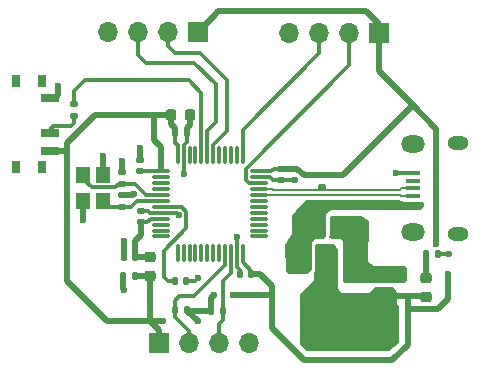
<source format=gbr>
%TF.GenerationSoftware,KiCad,Pcbnew,8.0.0*%
%TF.CreationDate,2024-04-09T16:17:43+09:00*%
%TF.ProjectId,240325_ESP32_d0146,32343033-3235-45f4-9553-5033325f6430,rev?*%
%TF.SameCoordinates,Original*%
%TF.FileFunction,Copper,L1,Top*%
%TF.FilePolarity,Positive*%
%FSLAX46Y46*%
G04 Gerber Fmt 4.6, Leading zero omitted, Abs format (unit mm)*
G04 Created by KiCad (PCBNEW 8.0.0) date 2024-04-09 16:17:43*
%MOMM*%
%LPD*%
G01*
G04 APERTURE LIST*
G04 Aperture macros list*
%AMRoundRect*
0 Rectangle with rounded corners*
0 $1 Rounding radius*
0 $2 $3 $4 $5 $6 $7 $8 $9 X,Y pos of 4 corners*
0 Add a 4 corners polygon primitive as box body*
4,1,4,$2,$3,$4,$5,$6,$7,$8,$9,$2,$3,0*
0 Add four circle primitives for the rounded corners*
1,1,$1+$1,$2,$3*
1,1,$1+$1,$4,$5*
1,1,$1+$1,$6,$7*
1,1,$1+$1,$8,$9*
0 Add four rect primitives between the rounded corners*
20,1,$1+$1,$2,$3,$4,$5,0*
20,1,$1+$1,$4,$5,$6,$7,0*
20,1,$1+$1,$6,$7,$8,$9,0*
20,1,$1+$1,$8,$9,$2,$3,0*%
G04 Aperture macros list end*
%TA.AperFunction,SMDPad,CuDef*%
%ADD10R,0.800000X1.000000*%
%TD*%
%TA.AperFunction,SMDPad,CuDef*%
%ADD11R,1.500000X0.700000*%
%TD*%
%TA.AperFunction,SMDPad,CuDef*%
%ADD12RoundRect,0.135000X0.135000X0.185000X-0.135000X0.185000X-0.135000X-0.185000X0.135000X-0.185000X0*%
%TD*%
%TA.AperFunction,SMDPad,CuDef*%
%ADD13RoundRect,0.135000X0.185000X-0.135000X0.185000X0.135000X-0.185000X0.135000X-0.185000X-0.135000X0*%
%TD*%
%TA.AperFunction,SMDPad,CuDef*%
%ADD14RoundRect,0.375000X-0.375000X0.625000X-0.375000X-0.625000X0.375000X-0.625000X0.375000X0.625000X0*%
%TD*%
%TA.AperFunction,SMDPad,CuDef*%
%ADD15RoundRect,0.500000X-1.400000X0.500000X-1.400000X-0.500000X1.400000X-0.500000X1.400000X0.500000X0*%
%TD*%
%TA.AperFunction,ComponentPad*%
%ADD16R,1.700000X1.700000*%
%TD*%
%TA.AperFunction,ComponentPad*%
%ADD17O,1.700000X1.700000*%
%TD*%
%TA.AperFunction,SMDPad,CuDef*%
%ADD18RoundRect,0.140000X0.170000X-0.140000X0.170000X0.140000X-0.170000X0.140000X-0.170000X-0.140000X0*%
%TD*%
%TA.AperFunction,SMDPad,CuDef*%
%ADD19RoundRect,0.075000X-0.662500X-0.075000X0.662500X-0.075000X0.662500X0.075000X-0.662500X0.075000X0*%
%TD*%
%TA.AperFunction,SMDPad,CuDef*%
%ADD20RoundRect,0.075000X-0.075000X-0.662500X0.075000X-0.662500X0.075000X0.662500X-0.075000X0.662500X0*%
%TD*%
%TA.AperFunction,SMDPad,CuDef*%
%ADD21RoundRect,0.140000X0.140000X0.170000X-0.140000X0.170000X-0.140000X-0.170000X0.140000X-0.170000X0*%
%TD*%
%TA.AperFunction,SMDPad,CuDef*%
%ADD22RoundRect,0.250000X0.475000X-0.250000X0.475000X0.250000X-0.475000X0.250000X-0.475000X-0.250000X0*%
%TD*%
%TA.AperFunction,SMDPad,CuDef*%
%ADD23RoundRect,0.140000X-0.170000X0.140000X-0.170000X-0.140000X0.170000X-0.140000X0.170000X0.140000X0*%
%TD*%
%TA.AperFunction,SMDPad,CuDef*%
%ADD24RoundRect,0.250000X-0.250000X-0.475000X0.250000X-0.475000X0.250000X0.475000X-0.250000X0.475000X0*%
%TD*%
%TA.AperFunction,SMDPad,CuDef*%
%ADD25RoundRect,0.135000X-0.135000X-0.185000X0.135000X-0.185000X0.135000X0.185000X-0.135000X0.185000X0*%
%TD*%
%TA.AperFunction,SMDPad,CuDef*%
%ADD26R,1.300000X0.450000*%
%TD*%
%TA.AperFunction,ComponentPad*%
%ADD27O,1.800000X1.150000*%
%TD*%
%TA.AperFunction,ComponentPad*%
%ADD28O,2.000000X1.450000*%
%TD*%
%TA.AperFunction,SMDPad,CuDef*%
%ADD29R,1.200000X1.400000*%
%TD*%
%TA.AperFunction,SMDPad,CuDef*%
%ADD30RoundRect,0.218750X-0.256250X0.218750X-0.256250X-0.218750X0.256250X-0.218750X0.256250X0.218750X0*%
%TD*%
%TA.AperFunction,SMDPad,CuDef*%
%ADD31RoundRect,0.140000X-0.140000X-0.170000X0.140000X-0.170000X0.140000X0.170000X-0.140000X0.170000X0*%
%TD*%
%TA.AperFunction,SMDPad,CuDef*%
%ADD32RoundRect,0.135000X-0.185000X0.135000X-0.185000X-0.135000X0.185000X-0.135000X0.185000X0.135000X0*%
%TD*%
%TA.AperFunction,SMDPad,CuDef*%
%ADD33RoundRect,0.225000X-0.225000X-0.250000X0.225000X-0.250000X0.225000X0.250000X-0.225000X0.250000X0*%
%TD*%
%TA.AperFunction,ViaPad*%
%ADD34C,0.600000*%
%TD*%
%TA.AperFunction,Conductor*%
%ADD35C,0.300000*%
%TD*%
%TA.AperFunction,Conductor*%
%ADD36C,0.500000*%
%TD*%
%TA.AperFunction,Conductor*%
%ADD37C,0.200000*%
%TD*%
G04 APERTURE END LIST*
D10*
%TO.P,SW1,*%
%TO.N,*%
X88530000Y-61850000D03*
X86320000Y-61850000D03*
X88530000Y-69150000D03*
X86320000Y-69150000D03*
D11*
%TO.P,SW1,1,A*%
%TO.N,GND*%
X89180000Y-63250000D03*
%TO.P,SW1,2,B*%
%TO.N,/BOOT0*%
X89180000Y-66250000D03*
%TO.P,SW1,3,C*%
%TO.N,+3.3V*%
X89180000Y-67750000D03*
%TD*%
D12*
%TO.P,R4,1*%
%TO.N,+3.3V*%
X100770000Y-81250000D03*
%TO.P,R4,2*%
%TO.N,/I2C2_SCL*%
X99750000Y-81250000D03*
%TD*%
D13*
%TO.P,R2,1*%
%TO.N,/BOOT0*%
X91250000Y-64770000D03*
%TO.P,R2,2*%
X91250000Y-63750000D03*
%TD*%
D14*
%TO.P,U1,1,GND*%
%TO.N,GND*%
X114850000Y-76875000D03*
%TO.P,U1,2,VO*%
%TO.N,+3.3V*%
X112550000Y-76875000D03*
D15*
X112550000Y-83175000D03*
D14*
%TO.P,U1,3,VI*%
%TO.N,VBUS*%
X110250000Y-76875000D03*
%TD*%
D16*
%TO.P,J2,1,Pin_1*%
%TO.N,+3.3V*%
X101750000Y-57650000D03*
D17*
%TO.P,J2,2,Pin_2*%
%TO.N,/USART1_TX*%
X99210000Y-57650000D03*
%TO.P,J2,3,Pin_3*%
%TO.N,/USART1_RX*%
X96670000Y-57650000D03*
%TO.P,J2,4,Pin_4*%
%TO.N,GND*%
X94130000Y-57650000D03*
%TD*%
D18*
%TO.P,C12,1*%
%TO.N,/HSE_IN*%
X95300000Y-70530000D03*
%TO.P,C12,2*%
%TO.N,GND*%
X95300000Y-69570000D03*
%TD*%
D19*
%TO.P,U2,1,VBAT*%
%TO.N,+3.3V*%
X98587500Y-69500000D03*
%TO.P,U2,2,PC13*%
%TO.N,unconnected-(U2-PC13-Pad2)*%
X98587500Y-70000000D03*
%TO.P,U2,3,PC14*%
%TO.N,unconnected-(U2-PC14-Pad3)*%
X98587500Y-70500000D03*
%TO.P,U2,4,PC15*%
%TO.N,unconnected-(U2-PC15-Pad4)*%
X98587500Y-71000000D03*
%TO.P,U2,5,PD0*%
%TO.N,/HSE_IN*%
X98587500Y-71500000D03*
%TO.P,U2,6,PD1*%
%TO.N,/HSE_OUT*%
X98587500Y-72000000D03*
%TO.P,U2,7,NRST*%
%TO.N,/NRST*%
X98587500Y-72500000D03*
%TO.P,U2,8,VSSA*%
%TO.N,GND*%
X98587500Y-73000000D03*
%TO.P,U2,9,VDDA*%
%TO.N,+3.3VA*%
X98587500Y-73500000D03*
%TO.P,U2,10,PA0*%
%TO.N,unconnected-(U2-PA0-Pad10)*%
X98587500Y-74000000D03*
%TO.P,U2,11,PA1*%
%TO.N,unconnected-(U2-PA1-Pad11)*%
X98587500Y-74500000D03*
%TO.P,U2,12,PA2*%
%TO.N,unconnected-(U2-PA2-Pad12)*%
X98587500Y-75000000D03*
D20*
%TO.P,U2,13,PA3*%
%TO.N,unconnected-(U2-PA3-Pad13)*%
X100000000Y-76412500D03*
%TO.P,U2,14,PA4*%
%TO.N,unconnected-(U2-PA4-Pad14)*%
X100500000Y-76412500D03*
%TO.P,U2,15,PA5*%
%TO.N,unconnected-(U2-PA5-Pad15)*%
X101000000Y-76412500D03*
%TO.P,U2,16,PA6*%
%TO.N,unconnected-(U2-PA6-Pad16)*%
X101500000Y-76412500D03*
%TO.P,U2,17,PA7*%
%TO.N,unconnected-(U2-PA7-Pad17)*%
X102000000Y-76412500D03*
%TO.P,U2,18,PB0*%
%TO.N,unconnected-(U2-PB0-Pad18)*%
X102500000Y-76412500D03*
%TO.P,U2,19,PB1*%
%TO.N,unconnected-(U2-PB1-Pad19)*%
X103000000Y-76412500D03*
%TO.P,U2,20,PB2*%
%TO.N,unconnected-(U2-PB2-Pad20)*%
X103500000Y-76412500D03*
%TO.P,U2,21,PB10*%
%TO.N,/I2C2_SCL*%
X104000000Y-76412500D03*
%TO.P,U2,22,PB11*%
%TO.N,/I2C2_SDA*%
X104500000Y-76412500D03*
%TO.P,U2,23,VSS*%
%TO.N,GND*%
X105000000Y-76412500D03*
%TO.P,U2,24,VDD*%
%TO.N,+3.3V*%
X105500000Y-76412500D03*
D19*
%TO.P,U2,25,PB12*%
%TO.N,unconnected-(U2-PB12-Pad25)*%
X106912500Y-75000000D03*
%TO.P,U2,26,PB13*%
%TO.N,unconnected-(U2-PB13-Pad26)*%
X106912500Y-74500000D03*
%TO.P,U2,27,PB14*%
%TO.N,unconnected-(U2-PB14-Pad27)*%
X106912500Y-74000000D03*
%TO.P,U2,28,PB15*%
%TO.N,unconnected-(U2-PB15-Pad28)*%
X106912500Y-73500000D03*
%TO.P,U2,29,PA8*%
%TO.N,unconnected-(U2-PA8-Pad29)*%
X106912500Y-73000000D03*
%TO.P,U2,30,PA9*%
%TO.N,unconnected-(U2-PA9-Pad30)*%
X106912500Y-72500000D03*
%TO.P,U2,31,PA10*%
%TO.N,unconnected-(U2-PA10-Pad31)*%
X106912500Y-72000000D03*
%TO.P,U2,32,PA11*%
%TO.N,/USB_D-*%
X106912500Y-71500000D03*
%TO.P,U2,33,PA12*%
%TO.N,/USB_D+*%
X106912500Y-71000000D03*
%TO.P,U2,34,PA13*%
%TO.N,/SWDIO*%
X106912500Y-70500000D03*
%TO.P,U2,35,VSS*%
%TO.N,GND*%
X106912500Y-70000000D03*
%TO.P,U2,36,VDD*%
%TO.N,+3.3V*%
X106912500Y-69500000D03*
D20*
%TO.P,U2,37,PA14*%
%TO.N,/SWCLK*%
X105500000Y-68087500D03*
%TO.P,U2,38,PA15*%
%TO.N,unconnected-(U2-PA15-Pad38)*%
X105000000Y-68087500D03*
%TO.P,U2,39,PB3*%
%TO.N,unconnected-(U2-PB3-Pad39)*%
X104500000Y-68087500D03*
%TO.P,U2,40,PB4*%
%TO.N,unconnected-(U2-PB4-Pad40)*%
X104000000Y-68087500D03*
%TO.P,U2,41,PB5*%
%TO.N,unconnected-(U2-PB5-Pad41)*%
X103500000Y-68087500D03*
%TO.P,U2,42,PB6*%
%TO.N,/USART1_TX*%
X103000000Y-68087500D03*
%TO.P,U2,43,PB7*%
%TO.N,/USART1_RX*%
X102500000Y-68087500D03*
%TO.P,U2,44,BOOT0*%
%TO.N,/BOOT0*%
X102000000Y-68087500D03*
%TO.P,U2,45,PB8*%
%TO.N,unconnected-(U2-PB8-Pad45)*%
X101500000Y-68087500D03*
%TO.P,U2,46,PB9*%
%TO.N,unconnected-(U2-PB9-Pad46)*%
X101000000Y-68087500D03*
%TO.P,U2,47,VSS*%
%TO.N,GND*%
X100500000Y-68087500D03*
%TO.P,U2,48,VDD*%
%TO.N,+3.3V*%
X100000000Y-68087500D03*
%TD*%
D21*
%TO.P,C5,1*%
%TO.N,+3.3V*%
X106225000Y-78200000D03*
%TO.P,C5,2*%
%TO.N,GND*%
X105265000Y-78200000D03*
%TD*%
D18*
%TO.P,C8,1*%
%TO.N,+3.3VA*%
X96900000Y-73780000D03*
%TO.P,C8,2*%
%TO.N,GND*%
X96900000Y-72820000D03*
%TD*%
D22*
%TO.P,C2,1*%
%TO.N,+3.3V*%
X117550000Y-80075000D03*
%TO.P,C2,2*%
%TO.N,GND*%
X117550000Y-78175000D03*
%TD*%
D18*
%TO.P,C4,1*%
%TO.N,+3.3V*%
X96800000Y-69500000D03*
%TO.P,C4,2*%
%TO.N,GND*%
X96800000Y-68540000D03*
%TD*%
D23*
%TO.P,C6,1*%
%TO.N,+3.3V*%
X108750000Y-69290000D03*
%TO.P,C6,2*%
%TO.N,GND*%
X108750000Y-70250000D03*
%TD*%
D24*
%TO.P,C1,1*%
%TO.N,VBUS*%
X111750000Y-74225000D03*
%TO.P,C1,2*%
%TO.N,GND*%
X113650000Y-74225000D03*
%TD*%
D25*
%TO.P,R1,1*%
%TO.N,/PWR_LED_K*%
X121000000Y-76500000D03*
%TO.P,R1,2*%
%TO.N,GND*%
X122020000Y-76500000D03*
%TD*%
D26*
%TO.P,J1,1,VBUS*%
%TO.N,VBUS*%
X119900000Y-72225000D03*
%TO.P,J1,2,D-*%
%TO.N,/USB_D-*%
X119900000Y-71575000D03*
%TO.P,J1,3,D+*%
%TO.N,/USB_D+*%
X119900000Y-70925000D03*
%TO.P,J1,4,ID*%
%TO.N,unconnected-(J1-ID-Pad4)*%
X119900000Y-70275000D03*
%TO.P,J1,5,GND*%
%TO.N,GND*%
X119900000Y-69625000D03*
D27*
%TO.P,J1,6,Shield*%
%TO.N,unconnected-(J1-Shield-Pad6)_2*%
X123750000Y-74800000D03*
D28*
%TO.N,unconnected-(J1-Shield-Pad6)*%
X119950000Y-74650000D03*
%TO.N,unconnected-(J1-Shield-Pad6)_1*%
X119950000Y-67200000D03*
D27*
%TO.N,unconnected-(J1-Shield-Pad6)_0*%
X123750000Y-67050000D03*
%TD*%
D29*
%TO.P,Y1,1,1*%
%TO.N,/HSE_IN*%
X91950000Y-69800000D03*
%TO.P,Y1,2,2*%
%TO.N,GND*%
X91950000Y-72000000D03*
%TO.P,Y1,3,3*%
%TO.N,/HSE_OUT*%
X93650000Y-72000000D03*
%TO.P,Y1,4,4*%
%TO.N,GND*%
X93650000Y-69800000D03*
%TD*%
D30*
%TO.P,FB1,1*%
%TO.N,+3.3VA*%
X97625000Y-76775000D03*
%TO.P,FB1,2*%
%TO.N,+3.3V*%
X97625000Y-78350000D03*
%TD*%
D31*
%TO.P,C11,1*%
%TO.N,/NRST*%
X99740000Y-78750000D03*
%TO.P,C11,2*%
%TO.N,GND*%
X100700000Y-78750000D03*
%TD*%
D21*
%TO.P,C9,1*%
%TO.N,+3.3VA*%
X96375000Y-76775000D03*
%TO.P,C9,2*%
%TO.N,GND*%
X95415000Y-76775000D03*
%TD*%
D16*
%TO.P,J4,1,Pin_1*%
%TO.N,+3.3V*%
X98380000Y-84000000D03*
D17*
%TO.P,J4,2,Pin_2*%
%TO.N,/I2C2_SCL*%
X100920000Y-84000000D03*
%TO.P,J4,3,Pin_3*%
%TO.N,/I2C2_SDA*%
X103460000Y-84000000D03*
%TO.P,J4,4,Pin_4*%
%TO.N,GND*%
X106000000Y-84000000D03*
%TD*%
D16*
%TO.P,J3,1,Pin_1*%
%TO.N,+3.3V*%
X117040000Y-57750000D03*
D17*
%TO.P,J3,2,Pin_2*%
%TO.N,/SWDIO*%
X114500000Y-57750000D03*
%TO.P,J3,3,Pin_3*%
%TO.N,/SWCLK*%
X111960000Y-57750000D03*
%TO.P,J3,4,Pin_4*%
%TO.N,GND*%
X109420000Y-57750000D03*
%TD*%
D25*
%TO.P,R5,1*%
%TO.N,+3.3V*%
X102805000Y-81275000D03*
%TO.P,R5,2*%
%TO.N,/I2C2_SDA*%
X103825000Y-81275000D03*
%TD*%
D30*
%TO.P,D1,1,K*%
%TO.N,/PWR_LED_K*%
X121000000Y-78512500D03*
%TO.P,D1,2,A*%
%TO.N,+3.3V*%
X121000000Y-80087500D03*
%TD*%
D31*
%TO.P,C7,1*%
%TO.N,+3.3V*%
X99790000Y-66250000D03*
%TO.P,C7,2*%
%TO.N,GND*%
X100750000Y-66250000D03*
%TD*%
D21*
%TO.P,C10,1*%
%TO.N,+3.3V*%
X96350000Y-78350000D03*
%TO.P,C10,2*%
%TO.N,GND*%
X95390000Y-78350000D03*
%TD*%
D32*
%TO.P,R3,1*%
%TO.N,+3.3V*%
X112250000Y-69830000D03*
%TO.P,R3,2*%
%TO.N,/USB_D+*%
X112250000Y-70850000D03*
%TD*%
D18*
%TO.P,C13,1*%
%TO.N,/HSE_OUT*%
X95300000Y-72490000D03*
%TO.P,C13,2*%
%TO.N,GND*%
X95300000Y-71530000D03*
%TD*%
D33*
%TO.P,C3,1*%
%TO.N,+3.3V*%
X99450000Y-64750000D03*
%TO.P,C3,2*%
%TO.N,GND*%
X101000000Y-64750000D03*
%TD*%
D34*
%TO.N,GND*%
X118500000Y-69625000D03*
X89850000Y-62225000D03*
X109900000Y-70225000D03*
%TO.N,+3.3V*%
X121865152Y-75680043D03*
X122875000Y-78200000D03*
%TO.N,GND*%
X100500000Y-69700000D03*
X96300000Y-71375000D03*
X95300000Y-68600000D03*
X93675000Y-68150000D03*
X91975000Y-73625000D03*
X95425000Y-75425000D03*
X95425000Y-79500000D03*
%TO.N,+3.3V*%
X98750000Y-82175000D03*
X101675000Y-82175000D03*
X104700000Y-79925000D03*
X103050000Y-79925000D03*
%TO.N,GND*%
X100075000Y-73175000D03*
X115100000Y-74525000D03*
X114600000Y-78425000D03*
X96800000Y-67475000D03*
X115100000Y-73775000D03*
X105000000Y-75050000D03*
X101675000Y-78500000D03*
X115400000Y-78400000D03*
X118925000Y-78150000D03*
X123000000Y-76500000D03*
%TD*%
D35*
%TO.N,/BOOT0*%
X92175000Y-61775000D02*
X91250000Y-62700000D01*
X91250000Y-62700000D02*
X91250000Y-63750000D01*
X91250000Y-65400000D02*
X91250000Y-64770000D01*
X90975000Y-65675000D02*
X91250000Y-65400000D01*
%TO.N,GND*%
X119900000Y-69625000D02*
X118500000Y-69625000D01*
%TO.N,/BOOT0*%
X100950000Y-61775000D02*
X92175000Y-61775000D01*
X102000000Y-62825000D02*
X100950000Y-61775000D01*
X102000000Y-68087500D02*
X102000000Y-62825000D01*
D36*
%TO.N,GND*%
X89775000Y-63100000D02*
X89850000Y-63025000D01*
X89850000Y-63025000D02*
X89850000Y-62225000D01*
X89180000Y-63250000D02*
X89625000Y-63250000D01*
X89625000Y-63250000D02*
X89775000Y-63100000D01*
%TO.N,+3.3V*%
X119500000Y-84150000D02*
X119500000Y-81175000D01*
X118175000Y-85475000D02*
X119500000Y-84150000D01*
X110725000Y-85475000D02*
X118175000Y-85475000D01*
X108000000Y-82750000D02*
X110725000Y-85475000D01*
X108000000Y-79950000D02*
X108000000Y-82750000D01*
X115950000Y-55950000D02*
X103450000Y-55950000D01*
X103050000Y-56350000D02*
X101750000Y-57650000D01*
X117040000Y-57040000D02*
X115950000Y-55950000D01*
X103450000Y-55950000D02*
X103050000Y-56350000D01*
X117040000Y-57750000D02*
X117040000Y-57040000D01*
X113970000Y-69830000D02*
X119912500Y-63887500D01*
X112250000Y-69830000D02*
X113970000Y-69830000D01*
X119912500Y-63887500D02*
X117040000Y-61015000D01*
X121900000Y-65875000D02*
X119912500Y-63887500D01*
X110655000Y-69830000D02*
X112250000Y-69830000D01*
X110115000Y-69290000D02*
X110655000Y-69830000D01*
X108750000Y-69290000D02*
X110115000Y-69290000D01*
D35*
%TO.N,GND*%
X109875000Y-70250000D02*
X109900000Y-70225000D01*
X108750000Y-70250000D02*
X109875000Y-70250000D01*
D36*
%TO.N,+3.3V*%
X117040000Y-61015000D02*
X117040000Y-57750000D01*
X121900000Y-75645195D02*
X121900000Y-65875000D01*
X121865152Y-75680043D02*
X121900000Y-75645195D01*
X122000000Y-81175000D02*
X122875000Y-80300000D01*
X119500000Y-80075000D02*
X119500000Y-81175000D01*
X119500000Y-81175000D02*
X122000000Y-81175000D01*
X122875000Y-80300000D02*
X122875000Y-78200000D01*
X90550000Y-67750000D02*
X90600000Y-67800000D01*
X90600000Y-67800000D02*
X90600000Y-78775000D01*
X90600000Y-67125000D02*
X90600000Y-67800000D01*
X89180000Y-67750000D02*
X90550000Y-67750000D01*
%TO.N,+3.3VA*%
X96900000Y-74875000D02*
X96375000Y-75400000D01*
X96900000Y-73780000D02*
X96900000Y-74875000D01*
X96375000Y-75400000D02*
X96375000Y-76775000D01*
D35*
%TO.N,GND*%
X100500000Y-68087500D02*
X100500000Y-69700000D01*
D36*
%TO.N,+3.3V*%
X98575000Y-67425000D02*
X98575000Y-69400000D01*
X98000000Y-64750000D02*
X98000000Y-66850000D01*
X98000000Y-64750000D02*
X92975000Y-64750000D01*
X98575000Y-69400000D02*
X98587500Y-69400000D01*
X98000000Y-66850000D02*
X98575000Y-67425000D01*
X99450000Y-64750000D02*
X98000000Y-64750000D01*
%TO.N,GND*%
X96145000Y-71530000D02*
X96300000Y-71375000D01*
X95300000Y-71530000D02*
X96145000Y-71530000D01*
X95300000Y-69570000D02*
X95300000Y-68600000D01*
X93650000Y-68175000D02*
X93675000Y-68150000D01*
X93650000Y-69800000D02*
X93650000Y-68175000D01*
X91950000Y-73600000D02*
X91975000Y-73625000D01*
X91950000Y-72000000D02*
X91950000Y-73600000D01*
%TO.N,+3.3V*%
X90600000Y-78775000D02*
X93925000Y-82100000D01*
X92975000Y-64750000D02*
X90600000Y-67125000D01*
D35*
%TO.N,/BOOT0*%
X89180000Y-65970000D02*
X89180000Y-66250000D01*
X89475000Y-65675000D02*
X89180000Y-65970000D01*
X90975000Y-65675000D02*
X89475000Y-65675000D01*
D36*
%TO.N,GND*%
X95415000Y-75435000D02*
X95425000Y-75425000D01*
X95415000Y-76775000D02*
X95415000Y-75435000D01*
X95390000Y-79465000D02*
X95425000Y-79500000D01*
X95390000Y-78350000D02*
X95390000Y-79465000D01*
%TO.N,+3.3V*%
X97625000Y-78350000D02*
X97625000Y-82150000D01*
X97625000Y-82150000D02*
X97650000Y-82175000D01*
X94000000Y-82175000D02*
X93925000Y-82100000D01*
X97650000Y-82175000D02*
X94000000Y-82175000D01*
X98380000Y-82905000D02*
X97650000Y-82175000D01*
X97650000Y-82175000D02*
X98750000Y-82175000D01*
X98380000Y-84000000D02*
X98380000Y-82905000D01*
X97625000Y-78350000D02*
X96350000Y-78350000D01*
%TO.N,+3.3VA*%
X97625000Y-76775000D02*
X96375000Y-76775000D01*
%TO.N,+3.3V*%
X100795000Y-81295000D02*
X101675000Y-82175000D01*
D35*
X100795000Y-81275000D02*
X100795000Y-81295000D01*
D36*
X102805000Y-81275000D02*
X100795000Y-81275000D01*
D35*
X100795000Y-81275000D02*
X100770000Y-81250000D01*
D36*
X102800000Y-80175000D02*
X102800000Y-80650000D01*
D35*
X102800000Y-80650000D02*
X102805000Y-80655000D01*
D36*
X103050000Y-79925000D02*
X102800000Y-80175000D01*
X102805000Y-80655000D02*
X102805000Y-81275000D01*
D35*
X104725000Y-79950000D02*
X104700000Y-79925000D01*
D36*
X108000000Y-79950000D02*
X104725000Y-79950000D01*
X107000000Y-78200000D02*
X106225000Y-78200000D01*
X108000000Y-79200000D02*
X107000000Y-78200000D01*
X108000000Y-79950000D02*
X108000000Y-79200000D01*
D35*
%TO.N,/I2C2_SDA*%
X104500000Y-78125000D02*
X104500000Y-76412500D01*
X103825000Y-78800000D02*
X104500000Y-78125000D01*
X103825000Y-81275000D02*
X103825000Y-78800000D01*
D36*
%TO.N,+3.3V*%
X119500000Y-80075000D02*
X120987500Y-80075000D01*
X117550000Y-80075000D02*
X119500000Y-80075000D01*
%TO.N,/PWR_LED_K*%
X121000000Y-78512500D02*
X121000000Y-76500000D01*
%TO.N,+3.3V*%
X120987500Y-80075000D02*
X121000000Y-80087500D01*
D35*
X106225000Y-77925000D02*
X105500000Y-77200000D01*
X108110000Y-69290000D02*
X107900000Y-69500000D01*
X99790000Y-66250000D02*
X99790000Y-67060000D01*
D36*
X99450000Y-65450000D02*
X99790000Y-65790000D01*
D35*
X106225000Y-78200000D02*
X106225000Y-77925000D01*
X107900000Y-69500000D02*
X106912500Y-69500000D01*
X100000000Y-68087500D02*
X100000000Y-67270000D01*
X98587500Y-69500000D02*
X96800000Y-69500000D01*
X108750000Y-69290000D02*
X108110000Y-69290000D01*
D36*
X99450000Y-64750000D02*
X99450000Y-65450000D01*
X99790000Y-65790000D02*
X99790000Y-66250000D01*
D35*
X100000000Y-67270000D02*
X99790000Y-67060000D01*
X105500000Y-76412500D02*
X105500000Y-77200000D01*
%TO.N,+3.3VA*%
X96900000Y-73780000D02*
X97420000Y-73780000D01*
X97420000Y-73780000D02*
X97700000Y-73500000D01*
X97700000Y-73500000D02*
X98587500Y-73500000D01*
%TO.N,/NRST*%
X99740000Y-78750000D02*
X99150000Y-78750000D01*
X100319239Y-72500000D02*
X98587500Y-72500000D01*
X100725000Y-72905761D02*
X100319239Y-72500000D01*
X99150000Y-78750000D02*
X98825000Y-78425000D01*
X100725000Y-74300000D02*
X100725000Y-72905761D01*
X98825000Y-78425000D02*
X98825000Y-76200000D01*
X98825000Y-76200000D02*
X100725000Y-74300000D01*
%TO.N,/HSE_IN*%
X92700000Y-70850000D02*
X94700000Y-70850000D01*
X98587500Y-71500000D02*
X97350000Y-71500000D01*
X96380000Y-70530000D02*
X95300000Y-70530000D01*
X91950000Y-70100000D02*
X92700000Y-70850000D01*
X94700000Y-70850000D02*
X95020000Y-70530000D01*
X91950000Y-69800000D02*
X91950000Y-70100000D01*
X95020000Y-70530000D02*
X95300000Y-70530000D01*
X97350000Y-71500000D02*
X96380000Y-70530000D01*
%TO.N,/HSE_OUT*%
X94140000Y-72490000D02*
X93650000Y-72000000D01*
X95300000Y-72490000D02*
X94140000Y-72490000D01*
X96550000Y-72000000D02*
X96050000Y-72500000D01*
X95790000Y-72490000D02*
X95300000Y-72490000D01*
X96050000Y-72500000D02*
X95800000Y-72500000D01*
X95800000Y-72500000D02*
X95790000Y-72490000D01*
X96550000Y-72000000D02*
X98587500Y-72000000D01*
D37*
%TO.N,/USB_D-*%
X108043751Y-71475000D02*
X118824999Y-71475000D01*
X106912500Y-71500000D02*
X108018751Y-71500000D01*
X118924999Y-71575000D02*
X119900000Y-71575000D01*
X118824999Y-71475000D02*
X118924999Y-71575000D01*
X108018751Y-71500000D02*
X108043751Y-71475000D01*
%TO.N,/USB_D+*%
X108043751Y-71025000D02*
X118824999Y-71025000D01*
X118924999Y-70925000D02*
X119900000Y-70925000D01*
X108018751Y-71000000D02*
X108043751Y-71025000D01*
X106912500Y-71000000D02*
X108018751Y-71000000D01*
X118824999Y-71025000D02*
X118924999Y-70925000D01*
D35*
%TO.N,/USART1_RX*%
X103200000Y-65350000D02*
X103200000Y-62100000D01*
X102500000Y-66050000D02*
X103200000Y-65350000D01*
X102500000Y-68087500D02*
X102500000Y-66050000D01*
X103200000Y-62100000D02*
X101400000Y-60300000D01*
X96670000Y-59620000D02*
X96670000Y-57650000D01*
X101400000Y-60300000D02*
X97350000Y-60300000D01*
X97350000Y-60300000D02*
X96670000Y-59620000D01*
%TO.N,/USART1_TX*%
X101900000Y-59450000D02*
X99750000Y-59450000D01*
X99750000Y-59450000D02*
X99210000Y-58910000D01*
X103000000Y-68087500D02*
X103000000Y-67246880D01*
X104200000Y-61750000D02*
X101900000Y-59450000D01*
X99210000Y-58910000D02*
X99210000Y-57650000D01*
X104200000Y-66046880D02*
X104200000Y-61750000D01*
X103000000Y-67246880D02*
X104200000Y-66046880D01*
%TO.N,/SWCLK*%
X105500000Y-65950000D02*
X111960000Y-59490000D01*
X105500000Y-68087500D02*
X105500000Y-65950000D01*
X111960000Y-59490000D02*
X111960000Y-57750000D01*
%TO.N,/SWDIO*%
X114500000Y-60500000D02*
X114500000Y-57750000D01*
X105753120Y-69246880D02*
X114500000Y-60500000D01*
X106912500Y-70500000D02*
X106071880Y-70500000D01*
X106071880Y-70500000D02*
X105753120Y-70181240D01*
X105753120Y-70181240D02*
X105753120Y-69246880D01*
%TO.N,/I2C2_SCL*%
X101375000Y-80075000D02*
X100125000Y-80075000D01*
X100125000Y-80075000D02*
X99750000Y-80450000D01*
X104000000Y-77450000D02*
X101375000Y-80075000D01*
X104000000Y-76412500D02*
X104000000Y-77450000D01*
X100920000Y-82995000D02*
X100920000Y-84000000D01*
X99750000Y-81825000D02*
X100920000Y-82995000D01*
X99750000Y-80450000D02*
X99750000Y-81250000D01*
X99750000Y-81250000D02*
X99750000Y-81825000D01*
%TO.N,/I2C2_SDA*%
X103825000Y-81275000D02*
X103825000Y-82050000D01*
X103825000Y-82050000D02*
X103460000Y-82415000D01*
X103460000Y-82415000D02*
X103460000Y-84000000D01*
D36*
%TO.N,GND*%
X96800000Y-68540000D02*
X96800000Y-67475000D01*
X101000000Y-65600000D02*
X101000000Y-64750000D01*
D35*
X108100000Y-70250000D02*
X107850000Y-70000000D01*
X117550000Y-78200000D02*
X118875000Y-78200000D01*
X105265000Y-77815000D02*
X105265000Y-78200000D01*
X107850000Y-70000000D02*
X106912500Y-70000000D01*
X105000000Y-76412500D02*
X105000000Y-75050000D01*
X101425000Y-78750000D02*
X101675000Y-78500000D01*
X100500000Y-68087500D02*
X100500000Y-67246880D01*
X99900000Y-73000000D02*
X100075000Y-73175000D01*
X97650000Y-73000000D02*
X98587500Y-73000000D01*
X100500000Y-67246880D02*
X100746880Y-67000000D01*
X122020000Y-76500000D02*
X123000000Y-76500000D01*
D36*
X100750000Y-65850000D02*
X101000000Y-65600000D01*
D35*
X100700000Y-78750000D02*
X101425000Y-78750000D01*
X117550000Y-78175000D02*
X117550000Y-78200000D01*
X118875000Y-78200000D02*
X118925000Y-78150000D01*
X105000000Y-77550000D02*
X105265000Y-77815000D01*
X100746880Y-67000000D02*
X100750000Y-67000000D01*
X97470000Y-72820000D02*
X97650000Y-73000000D01*
X105000000Y-76412500D02*
X105000000Y-77550000D01*
X96900000Y-72820000D02*
X97470000Y-72820000D01*
D36*
X100750000Y-66250000D02*
X100750000Y-65850000D01*
D35*
X98587500Y-73000000D02*
X99900000Y-73000000D01*
X108750000Y-70250000D02*
X108100000Y-70250000D01*
X100750000Y-67000000D02*
X100750000Y-66250000D01*
%TD*%
%TA.AperFunction,Conductor*%
%TO.N,GND*%
G36*
X115555099Y-73269685D02*
G01*
X115555876Y-73270188D01*
X116118383Y-73637981D01*
X116163720Y-73691142D01*
X116174520Y-73742643D01*
X116149999Y-77200000D01*
X116575000Y-77500000D01*
X119167071Y-77500000D01*
X119228591Y-77516337D01*
X119312522Y-77564298D01*
X119360961Y-77614648D01*
X119375000Y-77671959D01*
X119375000Y-78698638D01*
X119355315Y-78765677D01*
X119338681Y-78786319D01*
X119236319Y-78888681D01*
X119174996Y-78922166D01*
X119148638Y-78925000D01*
X114191333Y-78925000D01*
X114124294Y-78905315D01*
X114116933Y-78900200D01*
X114101574Y-78888681D01*
X114000060Y-78812545D01*
X113958239Y-78756574D01*
X113950463Y-78712429D01*
X113975000Y-75400000D01*
X113974998Y-75399998D01*
X113974999Y-75399998D01*
X113800000Y-75225000D01*
X113084345Y-75225000D01*
X113020548Y-75207329D01*
X112890063Y-75129038D01*
X112842704Y-75077667D01*
X112830637Y-75008847D01*
X112834882Y-74987776D01*
X112843124Y-74959710D01*
X112855500Y-74873638D01*
X112855500Y-73430889D01*
X112875185Y-73363850D01*
X112898802Y-73336741D01*
X112965173Y-73279852D01*
X113028884Y-73251169D01*
X113045871Y-73250000D01*
X115488060Y-73250000D01*
X115555099Y-73269685D01*
G37*
%TD.AperFunction*%
%TD*%
%TA.AperFunction,Conductor*%
%TO.N,+3.3V*%
G36*
X113189317Y-75648971D02*
G01*
X113256013Y-75669789D01*
X113286414Y-75698552D01*
X113417771Y-75873694D01*
X113525200Y-76016933D01*
X113549676Y-76082375D01*
X113550000Y-76091333D01*
X113550000Y-79325000D01*
X113800000Y-79750000D01*
X116275000Y-79750000D01*
X116688057Y-79291048D01*
X116747535Y-79254387D01*
X116780225Y-79250000D01*
X118163000Y-79250000D01*
X118230039Y-79269685D01*
X118262200Y-79299600D01*
X118501157Y-79618210D01*
X118525633Y-79683652D01*
X118525923Y-79689727D01*
X118549999Y-80725000D01*
X118733381Y-80888005D01*
X118770409Y-80947256D01*
X118775000Y-80980684D01*
X118775000Y-83939640D01*
X118755315Y-84006679D01*
X118727493Y-84037235D01*
X117883689Y-84698595D01*
X117818782Y-84724457D01*
X117807196Y-84725000D01*
X110979292Y-84725000D01*
X110912253Y-84705315D01*
X110888176Y-84685107D01*
X110357884Y-84110624D01*
X110326877Y-84048011D01*
X110325000Y-84026517D01*
X110325000Y-80047733D01*
X110344685Y-79980694D01*
X110357003Y-79964591D01*
X111500000Y-78700000D01*
X111500000Y-78104709D01*
X111519685Y-78037670D01*
X111527449Y-78026903D01*
X111543174Y-78007388D01*
X111543192Y-78007366D01*
X111547553Y-78001825D01*
X111598439Y-77901749D01*
X111618124Y-77834710D01*
X111630500Y-77748638D01*
X111630500Y-75873694D01*
X111650185Y-75806655D01*
X111652297Y-75803476D01*
X111737284Y-75679858D01*
X111791483Y-75635769D01*
X111841563Y-75626128D01*
X113189317Y-75648971D01*
G37*
%TD.AperFunction*%
%TD*%
%TA.AperFunction,Conductor*%
%TO.N,VBUS*%
G36*
X118673255Y-71892113D02*
G01*
X118679084Y-71895478D01*
X118679086Y-71895480D01*
X118770412Y-71948207D01*
X118872272Y-71975500D01*
X118949167Y-71975500D01*
X119016206Y-71995185D01*
X119036848Y-72011819D01*
X119077235Y-72052206D01*
X119180009Y-72097585D01*
X119205135Y-72100500D01*
X120594864Y-72100499D01*
X120594879Y-72100497D01*
X120594882Y-72100497D01*
X120619987Y-72097586D01*
X120619987Y-72097585D01*
X120619991Y-72097585D01*
X120650915Y-72083930D01*
X120720191Y-72074859D01*
X120783376Y-72104682D01*
X120820408Y-72163931D01*
X120825000Y-72197365D01*
X120825000Y-72461856D01*
X120805315Y-72528895D01*
X120773934Y-72562138D01*
X120582609Y-72701283D01*
X120516816Y-72724794D01*
X120509678Y-72725000D01*
X113025000Y-72725000D01*
X112899999Y-72825000D01*
X112550000Y-73125000D01*
X112550000Y-74873638D01*
X112530315Y-74940677D01*
X112513681Y-74961319D01*
X112286319Y-75188681D01*
X112224996Y-75222166D01*
X112198638Y-75225000D01*
X111624999Y-75225000D01*
X111325000Y-75524999D01*
X111325000Y-77748638D01*
X111305315Y-77815677D01*
X111288681Y-77836319D01*
X110986319Y-78138681D01*
X110924996Y-78172166D01*
X110898638Y-78175000D01*
X109517887Y-78175000D01*
X109450848Y-78155315D01*
X109441285Y-78148510D01*
X109171679Y-77936677D01*
X109131129Y-77879783D01*
X109124301Y-77840638D01*
X109100392Y-75808340D01*
X109116381Y-75745960D01*
X109650000Y-74800000D01*
X109650000Y-73272873D01*
X109669685Y-73205834D01*
X109682171Y-73189546D01*
X110012963Y-72825000D01*
X110837639Y-71916172D01*
X110897266Y-71879754D01*
X110929468Y-71875500D01*
X118611255Y-71875500D01*
X118673255Y-71892113D01*
G37*
%TD.AperFunction*%
%TD*%
M02*

</source>
